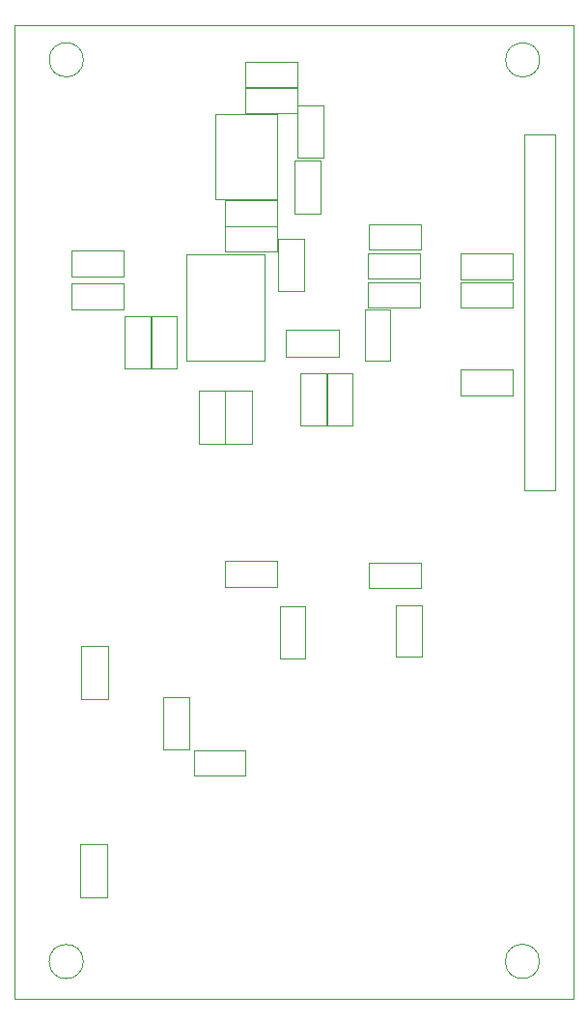
<source format=gbr>
%TF.GenerationSoftware,KiCad,Pcbnew,7.0.1*%
%TF.CreationDate,2023-11-03T16:30:39+00:00*%
%TF.ProjectId,SI4735,53493437-3335-42e6-9b69-6361645f7063,rev?*%
%TF.SameCoordinates,Original*%
%TF.FileFunction,Other,User*%
%FSLAX45Y45*%
G04 Gerber Fmt 4.5, Leading zero omitted, Abs format (unit mm)*
G04 Created by KiCad (PCBNEW 7.0.1) date 2023-11-03 16:30:39*
%MOMM*%
%LPD*%
G01*
G04 APERTURE LIST*
%ADD10C,0.050000*%
%TA.AperFunction,Profile*%
%ADD11C,0.050000*%
%TD*%
%TA.AperFunction,Profile*%
%ADD12C,0.100000*%
%TD*%
G04 APERTURE END LIST*
D10*
%TO.C,R13*%
X16867270Y-11079160D02*
X16867270Y-10855160D01*
X16867270Y-10855160D02*
X16411270Y-10855160D01*
X16411270Y-11079160D02*
X16867270Y-11079160D01*
X16411270Y-10855160D02*
X16411270Y-11079160D01*
%TO.C,C2*%
X13077000Y-15472500D02*
X13307000Y-15472500D01*
X13307000Y-15472500D02*
X13307000Y-15012500D01*
X13077000Y-15012500D02*
X13077000Y-15472500D01*
X13307000Y-15012500D02*
X13077000Y-15012500D01*
%TO.C,R6*%
X14803000Y-9597000D02*
X14803000Y-9373000D01*
X14803000Y-9373000D02*
X14347000Y-9373000D01*
X14347000Y-9597000D02*
X14803000Y-9597000D01*
X14347000Y-9373000D02*
X14347000Y-9597000D01*
%TO.C,C6*%
X14805000Y-10170000D02*
X15035000Y-10170000D01*
X15035000Y-10170000D02*
X15035000Y-9710000D01*
X14805000Y-9710000D02*
X14805000Y-10170000D01*
X15035000Y-9710000D02*
X14805000Y-9710000D01*
%TO.C,R19*%
X15236750Y-11340260D02*
X15460750Y-11340260D01*
X15460750Y-11340260D02*
X15460750Y-10884260D01*
X15236750Y-10884260D02*
X15236750Y-11340260D01*
X15460750Y-10884260D02*
X15236750Y-10884260D01*
%TO.C,R4*%
X15793960Y-10324630D02*
X15569960Y-10324630D01*
X15569960Y-10324630D02*
X15569960Y-10780630D01*
X15793960Y-10780630D02*
X15793960Y-10324630D01*
X15569960Y-10780630D02*
X15793960Y-10780630D01*
%TO.C,C9*%
X15179000Y-9026500D02*
X14949000Y-9026500D01*
X14949000Y-9026500D02*
X14949000Y-9486500D01*
X15179000Y-9486500D02*
X15179000Y-9026500D01*
X14949000Y-9486500D02*
X15179000Y-9486500D01*
%TO.C,R17*%
X13922000Y-10388250D02*
X13698000Y-10388250D01*
X13698000Y-10388250D02*
X13698000Y-10844250D01*
X13922000Y-10844250D02*
X13922000Y-10388250D01*
X13698000Y-10844250D02*
X13922000Y-10844250D01*
%TO.C,C10*%
X12995195Y-9811820D02*
X12995195Y-10041820D01*
X12995195Y-10041820D02*
X13455195Y-10041820D01*
X13455195Y-9811820D02*
X12995195Y-9811820D01*
X13455195Y-10041820D02*
X13455195Y-9811820D01*
%TO.C,R11*%
X16867270Y-10311660D02*
X16867270Y-10087660D01*
X16867270Y-10087660D02*
X16411270Y-10087660D01*
X16411270Y-10311660D02*
X16867270Y-10311660D01*
X16411270Y-10087660D02*
X16411270Y-10311660D01*
%TO.C,R21*%
X15004250Y-11340260D02*
X15228250Y-11340260D01*
X15228250Y-11340260D02*
X15228250Y-10884260D01*
X15004250Y-10884260D02*
X15004250Y-11340260D01*
X15228250Y-10884260D02*
X15004250Y-10884260D01*
%TO.C,R8*%
X14524250Y-14412000D02*
X14524250Y-14188000D01*
X14524250Y-14188000D02*
X14068250Y-14188000D01*
X14068250Y-14412000D02*
X14524250Y-14412000D01*
X14068250Y-14188000D02*
X14068250Y-14412000D01*
%TO.C,R1*%
X15608250Y-9583000D02*
X15608250Y-9807000D01*
X15608250Y-9807000D02*
X16064250Y-9807000D01*
X16064250Y-9583000D02*
X15608250Y-9583000D01*
X16064250Y-9807000D02*
X16064250Y-9583000D01*
%TO.C,R20*%
X14823250Y-13381750D02*
X15047250Y-13381750D01*
X15047250Y-13381750D02*
X15047250Y-12925750D01*
X14823250Y-12925750D02*
X14823250Y-13381750D01*
X15047250Y-12925750D02*
X14823250Y-12925750D01*
%TO.C,C24*%
X14347500Y-11041500D02*
X14117500Y-11041500D01*
X14117500Y-11041500D02*
X14117500Y-11501500D01*
X14347500Y-11501500D02*
X14347500Y-11041500D01*
X14117500Y-11501500D02*
X14347500Y-11501500D01*
%TO.C,C13*%
X12997500Y-10100000D02*
X12997500Y-10330000D01*
X12997500Y-10330000D02*
X13457500Y-10330000D01*
X13457500Y-10100000D02*
X12997500Y-10100000D01*
X13457500Y-10330000D02*
X13457500Y-10100000D01*
%TO.C,R3*%
X16056210Y-10315180D02*
X16056210Y-10091180D01*
X16056210Y-10091180D02*
X15600210Y-10091180D01*
X15600210Y-10315180D02*
X16056210Y-10315180D01*
X15600210Y-10091180D02*
X15600210Y-10315180D01*
%TO.C,R22*%
X14801750Y-12757000D02*
X14801750Y-12533000D01*
X14801750Y-12533000D02*
X14345750Y-12533000D01*
X14345750Y-12757000D02*
X14801750Y-12757000D01*
X14345750Y-12533000D02*
X14345750Y-12757000D01*
%TO.C,R5*%
X14801750Y-9822000D02*
X14801750Y-9598000D01*
X14801750Y-9598000D02*
X14345750Y-9598000D01*
X14345750Y-9822000D02*
X14801750Y-9822000D01*
X14345750Y-9598000D02*
X14345750Y-9822000D01*
%TO.C,R10*%
X14980500Y-8609500D02*
X14980500Y-8385500D01*
X14980500Y-8385500D02*
X14524500Y-8385500D01*
X14524500Y-8609500D02*
X14980500Y-8609500D01*
X14524500Y-8385500D02*
X14524500Y-8609500D01*
%TO.C,U6*%
X14002500Y-9844250D02*
X14692500Y-9844250D01*
X14002500Y-10774250D02*
X14002500Y-9844250D01*
X14002500Y-10774250D02*
X14692500Y-10774250D01*
X14692500Y-10774250D02*
X14692500Y-9844250D01*
%TO.C,R2*%
X16055810Y-10061180D02*
X16055810Y-9837180D01*
X16055810Y-9837180D02*
X15599810Y-9837180D01*
X15599810Y-10061180D02*
X16055810Y-10061180D01*
X15599810Y-9837180D02*
X15599810Y-10061180D01*
%TO.C,R9*%
X14979250Y-8382000D02*
X14979250Y-8158000D01*
X14979250Y-8158000D02*
X14523250Y-8158000D01*
X14523250Y-8382000D02*
X14979250Y-8382000D01*
X14523250Y-8158000D02*
X14523250Y-8382000D01*
%TO.C,R12*%
X16867270Y-10061660D02*
X16867270Y-9837660D01*
X16867270Y-9837660D02*
X16411270Y-9837660D01*
X16411270Y-10061660D02*
X16867270Y-10061660D01*
X16411270Y-9837660D02*
X16411270Y-10061660D01*
%TO.C,C15*%
X15340000Y-10740000D02*
X15340000Y-10510000D01*
X15340000Y-10510000D02*
X14880000Y-10510000D01*
X14880000Y-10740000D02*
X15340000Y-10740000D01*
X14880000Y-10510000D02*
X14880000Y-10740000D01*
%TO.C,C23*%
X14577500Y-11041500D02*
X14347500Y-11041500D01*
X14347500Y-11041500D02*
X14347500Y-11501500D01*
X14577500Y-11501500D02*
X14577500Y-11041500D01*
X14347500Y-11501500D02*
X14577500Y-11501500D01*
%TO.C,C3*%
X13315000Y-13277500D02*
X13085000Y-13277500D01*
X13085000Y-13277500D02*
X13085000Y-13737500D01*
X13315000Y-13737500D02*
X13315000Y-13277500D01*
X13085000Y-13737500D02*
X13315000Y-13737500D01*
%TO.C,R16*%
X15845500Y-13371750D02*
X16069500Y-13371750D01*
X16069500Y-13371750D02*
X16069500Y-12915750D01*
X15845500Y-12915750D02*
X15845500Y-13371750D01*
X16069500Y-12915750D02*
X15845500Y-12915750D01*
%TO.C,R7*%
X13689500Y-10390750D02*
X13465500Y-10390750D01*
X13465500Y-10390750D02*
X13465500Y-10846750D01*
X13689500Y-10846750D02*
X13689500Y-10390750D01*
X13465500Y-10846750D02*
X13689500Y-10846750D01*
%TO.C,R18*%
X15605750Y-12545260D02*
X15605750Y-12769260D01*
X15605750Y-12769260D02*
X16061750Y-12769260D01*
X16061750Y-12545260D02*
X15605750Y-12545260D01*
X16061750Y-12769260D02*
X16061750Y-12545260D01*
%TO.C,U3*%
X14261000Y-9360000D02*
X14261000Y-8619000D01*
X14801500Y-9360000D02*
X14261000Y-9360000D01*
X14801500Y-9360000D02*
X14801500Y-8619000D01*
X14801500Y-8619000D02*
X14261000Y-8619000D01*
%TO.C,C4*%
X14980000Y-9002500D02*
X15210000Y-9002500D01*
X15210000Y-9002500D02*
X15210000Y-8542500D01*
X14980000Y-8542500D02*
X14980000Y-9002500D01*
X15210000Y-8542500D02*
X14980000Y-8542500D01*
%TO.C,R15*%
X13803000Y-14178000D02*
X14027000Y-14178000D01*
X14027000Y-14178000D02*
X14027000Y-13722000D01*
X13803000Y-13722000D02*
X13803000Y-14178000D01*
X14027000Y-13722000D02*
X13803000Y-13722000D01*
%TD*%
D11*
X17104000Y-8143000D02*
G75*
G03*
X17104000Y-8143000I-150000J0D01*
G01*
X13102000Y-8142000D02*
G75*
G03*
X13102000Y-8142000I-150000J0D01*
G01*
X13101000Y-16038000D02*
G75*
G03*
X13101000Y-16038000I-150000J0D01*
G01*
X16965500Y-8793000D02*
X17237000Y-8793000D01*
X17237000Y-11913000D01*
X16965500Y-11913000D01*
X16965500Y-8793000D01*
X17101000Y-16037000D02*
G75*
G03*
X17101000Y-16037000I-150000J0D01*
G01*
X12496500Y-7836500D02*
X17404000Y-7836500D01*
X17404000Y-16369000D01*
X12496500Y-16369000D01*
X12496500Y-7836500D01*
D12*
%TO.C,J3*%
X12499000Y-8804000D02*
X12499000Y-9664000D01*
%TO.C,J5*%
X12498500Y-10481000D02*
X12498500Y-11341000D01*
%TD*%
M02*

</source>
